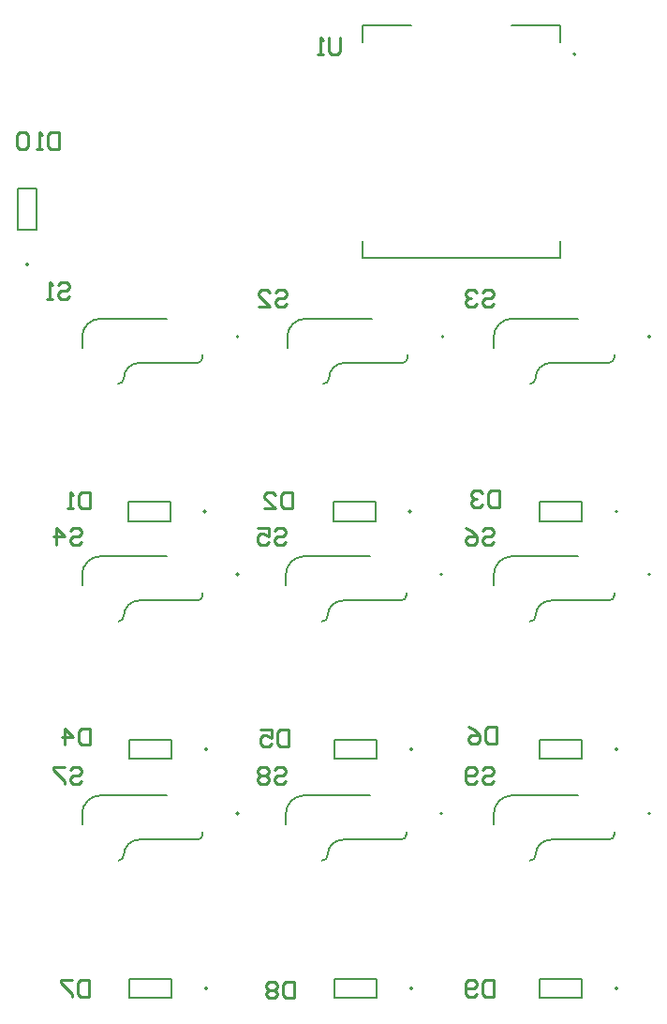
<source format=gbr>
G04*
G04 #@! TF.GenerationSoftware,Altium Limited,Altium Designer,25.8.1 (18)*
G04*
G04 Layer_Color=32896*
%FSLAX44Y44*%
%MOMM*%
G71*
G04*
G04 #@! TF.SameCoordinates,DF3AAA51-F136-4719-93B0-9B07129043F7*
G04*
G04*
G04 #@! TF.FilePolarity,Positive*
G04*
G01*
G75*
%ADD10C,0.2000*%
%ADD12C,0.1270*%
%ADD13C,0.2540*%
D10*
X983400Y917110D02*
G03*
X983400Y917110I-1000J0D01*
G01*
X678820Y661970D02*
G03*
X678820Y661970I-1000J0D01*
G01*
X864240D02*
G03*
X864240Y661970I-1000J0D01*
G01*
X1050930D02*
G03*
X1050930Y661970I-1000J0D01*
G01*
X678820Y447340D02*
G03*
X678820Y447340I-1000J0D01*
G01*
X862970D02*
G03*
X862970Y447340I-1000J0D01*
G01*
X1050930D02*
G03*
X1050930Y447340I-1000J0D01*
G01*
X678820Y231440D02*
G03*
X678820Y231440I-1000J0D01*
G01*
X862970D02*
G03*
X862970Y231440I-1000J0D01*
G01*
X1050930D02*
G03*
X1050930Y231440I-1000J0D01*
G01*
X488680Y727240D02*
G03*
X488680Y727240I-1000J0D01*
G01*
X1021280Y73660D02*
G03*
X1021280Y73660I-1000J0D01*
G01*
X835860D02*
G03*
X835860Y73660I-1000J0D01*
G01*
X650440D02*
G03*
X650440Y73660I-1000J0D01*
G01*
X1021280Y289560D02*
G03*
X1021280Y289560I-1000J0D01*
G01*
X650440D02*
G03*
X650440Y289560I-1000J0D01*
G01*
X1021280Y504190D02*
G03*
X1021280Y504190I-1000J0D01*
G01*
X834590D02*
G03*
X834590Y504190I-1000J0D01*
G01*
X649170D02*
G03*
X649170Y504190I-1000J0D01*
G01*
X835860Y289560D02*
G03*
X835860Y289560I-1000J0D01*
G01*
D12*
X554070Y678420D02*
G03*
X537320Y661670I0J-16750D01*
G01*
X570070Y619520D02*
G03*
X575070Y624520I0J5000D01*
G01*
X588970Y638420D02*
G03*
X575070Y624520I0J-13900D01*
G01*
X641320Y638420D02*
G03*
X646320Y643420I0J5000D01*
G01*
X826740Y638420D02*
G03*
X831740Y643420I0J5000D01*
G01*
X774390Y638420D02*
G03*
X760490Y624520I0J-13900D01*
G01*
X755490Y619520D02*
G03*
X760490Y624520I0J5000D01*
G01*
X739490Y678420D02*
G03*
X722740Y661670I0J-16750D01*
G01*
X926180Y678420D02*
G03*
X909430Y661670I0J-16750D01*
G01*
X942180Y619520D02*
G03*
X947180Y624520I0J5000D01*
G01*
X961080Y638420D02*
G03*
X947180Y624520I0J-13900D01*
G01*
X1013430Y638420D02*
G03*
X1018430Y643420I0J5000D01*
G01*
X641320Y423790D02*
G03*
X646320Y428790I0J5000D01*
G01*
X588970Y423790D02*
G03*
X575070Y409890I0J-13900D01*
G01*
X570070Y404890D02*
G03*
X575070Y409890I0J5000D01*
G01*
X554070Y463790D02*
G03*
X537320Y447040I0J-16750D01*
G01*
X738220Y463790D02*
G03*
X721470Y447040I0J-16750D01*
G01*
X754220Y404890D02*
G03*
X759220Y409890I0J5000D01*
G01*
X773120Y423790D02*
G03*
X759220Y409890I0J-13900D01*
G01*
X825470Y423790D02*
G03*
X830470Y428790I0J5000D01*
G01*
X1013430Y423790D02*
G03*
X1018430Y428790I0J5000D01*
G01*
X961080Y423790D02*
G03*
X947180Y409890I0J-13900D01*
G01*
X942180Y404890D02*
G03*
X947180Y409890I0J5000D01*
G01*
X926180Y463790D02*
G03*
X909430Y447040I0J-16750D01*
G01*
X554070Y247890D02*
G03*
X537320Y231140I0J-16750D01*
G01*
X570070Y188990D02*
G03*
X575070Y193990I0J5000D01*
G01*
X588970Y207890D02*
G03*
X575070Y193990I0J-13900D01*
G01*
X641320Y207890D02*
G03*
X646320Y212890I0J5000D01*
G01*
X825470Y207890D02*
G03*
X830470Y212890I0J5000D01*
G01*
X773120Y207890D02*
G03*
X759220Y193990I0J-13900D01*
G01*
X754220Y188990D02*
G03*
X759220Y193990I0J5000D01*
G01*
X738220Y247890D02*
G03*
X721470Y231140I0J-16750D01*
G01*
X926180Y247890D02*
G03*
X909430Y231140I0J-16750D01*
G01*
X942180Y188990D02*
G03*
X947180Y193990I0J5000D01*
G01*
X961080Y207890D02*
G03*
X947180Y193990I0J-13900D01*
G01*
X1013430Y207890D02*
G03*
X1018430Y212890I0J5000D01*
G01*
X791110Y928200D02*
Y943200D01*
X835110D01*
X925110D02*
X969110D01*
Y928200D02*
Y943200D01*
Y733200D02*
Y748500D01*
X791110Y733200D02*
Y748500D01*
Y733200D02*
X969110D01*
X554070Y678420D02*
X613570D01*
X537320Y651970D02*
Y661670D01*
X646320Y643420D02*
Y645970D01*
X588970Y638420D02*
X641320D01*
X774390D02*
X826740D01*
X831740Y643420D02*
Y645970D01*
X722740Y651970D02*
Y661670D01*
X739490Y678420D02*
X798990D01*
X926180D02*
X985680D01*
X909430Y651970D02*
Y661670D01*
X1018430Y643420D02*
Y645970D01*
X961080Y638420D02*
X1013430D01*
X588970Y423790D02*
X641320D01*
X646320Y428790D02*
Y431340D01*
X537320Y437340D02*
Y447040D01*
X554070Y463790D02*
X613570D01*
X738220D02*
X797720D01*
X721470Y437340D02*
Y447040D01*
X830470Y428790D02*
Y431340D01*
X773120Y423790D02*
X825470D01*
X961080D02*
X1013430D01*
X1018430Y428790D02*
Y431340D01*
X909430Y437340D02*
Y447040D01*
X926180Y463790D02*
X985680D01*
X554070Y247890D02*
X613570D01*
X537320Y221440D02*
Y231140D01*
X646320Y212890D02*
Y215440D01*
X588970Y207890D02*
X641320D01*
X773120D02*
X825470D01*
X830470Y212890D02*
Y215440D01*
X721470Y221440D02*
Y231140D01*
X738220Y247890D02*
X797720D01*
X926180D02*
X985680D01*
X909430Y221440D02*
Y231140D01*
X1018430Y212890D02*
Y215440D01*
X961080Y207890D02*
X1013430D01*
X496280Y758215D02*
Y796265D01*
X479080D02*
X496280D01*
X479080Y758215D02*
Y796265D01*
Y758215D02*
X496280D01*
X951255Y82260D02*
X989305D01*
X951255Y65060D02*
Y82260D01*
Y65060D02*
X989305D01*
Y82260D01*
X765835D02*
X803885D01*
X765835Y65060D02*
Y82260D01*
Y65060D02*
X803885D01*
Y82260D01*
X580415D02*
X618465D01*
X580415Y65060D02*
Y82260D01*
Y65060D02*
X618465D01*
Y82260D01*
X951255Y298160D02*
X989305D01*
X951255Y280960D02*
Y298160D01*
Y280960D02*
X989305D01*
Y298160D01*
X580415D02*
X618465D01*
X580415Y280960D02*
Y298160D01*
Y280960D02*
X618465D01*
Y298160D01*
X951255Y512790D02*
X989305D01*
X951255Y495590D02*
Y512790D01*
Y495590D02*
X989305D01*
Y512790D01*
X802615Y495590D02*
Y512790D01*
X764565Y495590D02*
X802615D01*
X764565D02*
Y512790D01*
X802615D01*
X579145D02*
X617195D01*
X579145Y495590D02*
Y512790D01*
Y495590D02*
X617195D01*
Y512790D01*
X765835Y298160D02*
X803885D01*
X765835Y280960D02*
Y298160D01*
Y280960D02*
X803885D01*
Y298160D01*
D13*
X770887Y932178D02*
Y919482D01*
X768347Y916943D01*
X763269D01*
X760730Y919482D01*
Y932178D01*
X755652Y916943D02*
X750573D01*
X753112D01*
Y932178D01*
X755652Y929638D01*
X516890Y846831D02*
Y831596D01*
X509272D01*
X506733Y834135D01*
Y844292D01*
X509272Y846831D01*
X516890D01*
X501655Y831596D02*
X496577D01*
X499116D01*
Y846831D01*
X501655Y844292D01*
X488959D02*
X486420Y846831D01*
X481342D01*
X478802Y844292D01*
Y834135D01*
X481342Y831596D01*
X486420D01*
X488959Y834135D01*
Y844292D01*
X898909Y271014D02*
X901449Y273553D01*
X906527D01*
X909066Y271014D01*
Y268475D01*
X906527Y265935D01*
X901449D01*
X898909Y263396D01*
Y260857D01*
X901449Y258318D01*
X906527D01*
X909066Y260857D01*
X893831D02*
X891292Y258318D01*
X886213D01*
X883674Y260857D01*
Y271014D01*
X886213Y273553D01*
X891292D01*
X893831Y271014D01*
Y268475D01*
X891292Y265935D01*
X883674D01*
X710949Y271014D02*
X713488Y273553D01*
X718567D01*
X721106Y271014D01*
Y268475D01*
X718567Y265935D01*
X713488D01*
X710949Y263396D01*
Y260857D01*
X713488Y258318D01*
X718567D01*
X721106Y260857D01*
X705871Y271014D02*
X703332Y273553D01*
X698253D01*
X695714Y271014D01*
Y268475D01*
X698253Y265935D01*
X695714Y263396D01*
Y260857D01*
X698253Y258318D01*
X703332D01*
X705871Y260857D01*
Y263396D01*
X703332Y265935D01*
X705871Y268475D01*
Y271014D01*
X703332Y265935D02*
X698253D01*
X526799Y271014D02*
X529338Y273553D01*
X534417D01*
X536956Y271014D01*
Y268475D01*
X534417Y265935D01*
X529338D01*
X526799Y263396D01*
Y260857D01*
X529338Y258318D01*
X534417D01*
X536956Y260857D01*
X521721Y273553D02*
X511564D01*
Y271014D01*
X521721Y260857D01*
Y258318D01*
X898909Y486914D02*
X901449Y489453D01*
X906527D01*
X909066Y486914D01*
Y484375D01*
X906527Y481836D01*
X901449D01*
X898909Y479296D01*
Y476757D01*
X901449Y474218D01*
X906527D01*
X909066Y476757D01*
X883674Y489453D02*
X888753Y486914D01*
X893831Y481836D01*
Y476757D01*
X891292Y474218D01*
X886213D01*
X883674Y476757D01*
Y479296D01*
X886213Y481836D01*
X893831D01*
X710949Y486914D02*
X713488Y489453D01*
X718567D01*
X721106Y486914D01*
Y484375D01*
X718567Y481836D01*
X713488D01*
X710949Y479296D01*
Y476757D01*
X713488Y474218D01*
X718567D01*
X721106Y476757D01*
X695714Y489453D02*
X705871D01*
Y481836D01*
X700793Y484375D01*
X698253D01*
X695714Y481836D01*
Y476757D01*
X698253Y474218D01*
X703332D01*
X705871Y476757D01*
X526799Y486914D02*
X529338Y489453D01*
X534417D01*
X536956Y486914D01*
Y484375D01*
X534417Y481836D01*
X529338D01*
X526799Y479296D01*
Y476757D01*
X529338Y474218D01*
X534417D01*
X536956Y476757D01*
X514103Y474218D02*
Y489453D01*
X521721Y481836D01*
X511564D01*
X898909Y701544D02*
X901449Y704083D01*
X906527D01*
X909066Y701544D01*
Y699005D01*
X906527Y696466D01*
X901449D01*
X898909Y693926D01*
Y691387D01*
X901449Y688848D01*
X906527D01*
X909066Y691387D01*
X893831Y701544D02*
X891292Y704083D01*
X886213D01*
X883674Y701544D01*
Y699005D01*
X886213Y696466D01*
X888753D01*
X886213D01*
X883674Y693926D01*
Y691387D01*
X886213Y688848D01*
X891292D01*
X893831Y691387D01*
X712219Y701544D02*
X714759Y704083D01*
X719837D01*
X722376Y701544D01*
Y699005D01*
X719837Y696466D01*
X714759D01*
X712219Y693926D01*
Y691387D01*
X714759Y688848D01*
X719837D01*
X722376Y691387D01*
X696984Y688848D02*
X707141D01*
X696984Y699005D01*
Y701544D01*
X699523Y704083D01*
X704602D01*
X707141Y701544D01*
X515620Y708658D02*
X518159Y711198D01*
X523237D01*
X525777Y708658D01*
Y706119D01*
X523237Y703580D01*
X518159D01*
X515620Y701041D01*
Y698502D01*
X518159Y695963D01*
X523237D01*
X525777Y698502D01*
X510542Y695963D02*
X505463D01*
X508002D01*
Y711198D01*
X510542Y708658D01*
X909316Y81278D02*
Y66042D01*
X901698D01*
X899159Y68582D01*
Y78738D01*
X901698Y81278D01*
X909316D01*
X894081Y68582D02*
X891542Y66042D01*
X886463D01*
X883924Y68582D01*
Y78738D01*
X886463Y81278D01*
X891542D01*
X894081Y78738D01*
Y76199D01*
X891542Y73660D01*
X883924D01*
X728976Y80007D02*
Y64773D01*
X721358D01*
X718819Y67312D01*
Y77468D01*
X721358Y80007D01*
X728976D01*
X713741Y77468D02*
X711202Y80007D01*
X706123D01*
X703584Y77468D01*
Y74929D01*
X706123Y72390D01*
X703584Y69851D01*
Y67312D01*
X706123Y64773D01*
X711202D01*
X713741Y67312D01*
Y69851D01*
X711202Y72390D01*
X713741Y74929D01*
Y77468D01*
X711202Y72390D02*
X706123D01*
X543556Y81278D02*
Y66042D01*
X535938D01*
X533399Y68582D01*
Y78738D01*
X535938Y81278D01*
X543556D01*
X528321D02*
X518164D01*
Y78738D01*
X528321Y68582D01*
Y66042D01*
X911856Y309877D02*
Y294643D01*
X904238D01*
X901699Y297182D01*
Y307338D01*
X904238Y309877D01*
X911856D01*
X886464D02*
X891543Y307338D01*
X896621Y302260D01*
Y297182D01*
X894082Y294643D01*
X889003D01*
X886464Y297182D01*
Y299721D01*
X889003Y302260D01*
X896621D01*
X723896Y307337D02*
Y292103D01*
X716278D01*
X713739Y294642D01*
Y304798D01*
X716278Y307337D01*
X723896D01*
X698504D02*
X708661D01*
Y299720D01*
X703583Y302259D01*
X701043D01*
X698504Y299720D01*
Y294642D01*
X701043Y292103D01*
X706122D01*
X708661Y294642D01*
X544826Y308608D02*
Y293372D01*
X537208D01*
X534669Y295912D01*
Y306068D01*
X537208Y308608D01*
X544826D01*
X521973Y293372D02*
Y308608D01*
X529591Y300990D01*
X519434D01*
X914396Y523237D02*
Y508003D01*
X906778D01*
X904239Y510542D01*
Y520698D01*
X906778Y523237D01*
X914396D01*
X899161Y520698D02*
X896622Y523237D01*
X891543D01*
X889004Y520698D01*
Y518159D01*
X891543Y515620D01*
X894082D01*
X891543D01*
X889004Y513081D01*
Y510542D01*
X891543Y508003D01*
X896622D01*
X899161Y510542D01*
X727706Y521968D02*
Y506732D01*
X720088D01*
X717549Y509272D01*
Y519428D01*
X720088Y521968D01*
X727706D01*
X702314Y506732D02*
X712471D01*
X702314Y516889D01*
Y519428D01*
X704853Y521968D01*
X709932D01*
X712471Y519428D01*
X544827Y521968D02*
Y506732D01*
X537209D01*
X534670Y509272D01*
Y519428D01*
X537209Y521968D01*
X544827D01*
X529592Y506732D02*
X524513D01*
X527052D01*
Y521968D01*
X529592Y519428D01*
M02*

</source>
